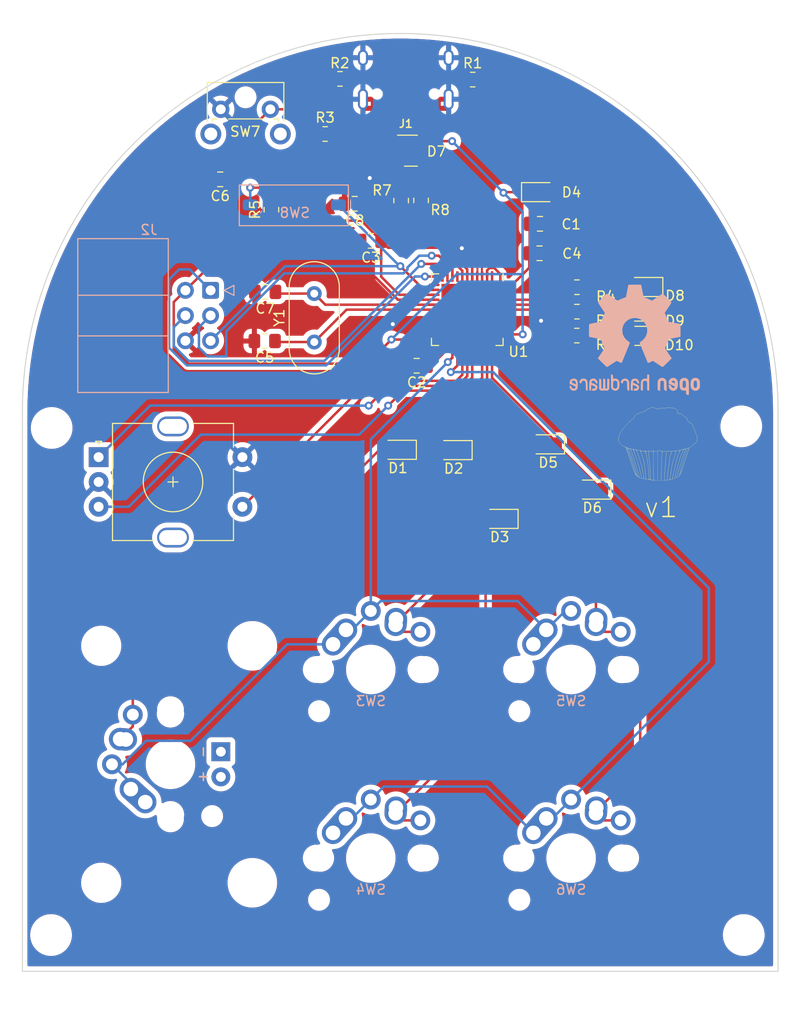
<source format=kicad_pcb>
(kicad_pcb (version 20211014) (generator pcbnew)
  (layers (0 "F.Cu" signal) (31 "B.Cu" signal) (34 "B.Paste" user) (35 "F.Paste" user) (36 "B.SilkS" user "B.Silkscreen") (37 "F.SilkS" user "F.Silkscreen") (38 "B.Mask" user) (39 "F.Mask" user) (44 "Edge.Cuts" user))
  (net 0 "")
  (net 1 "Net-(C5-Pad1)")
  (net 2 "GND")
  (net 3 "VBUS")
  (net 4 "Net-(C6-Pad1)")
  (net 5 "Net-(C8-Pad1)")
  (net 6 "Col A")
  (net 7 "Net-(D2-Pad2)")
  (net 8 "Col B")
  (net 9 "Net-(D3-Pad2)")
  (net 10 "Net-(C7-Pad1)")
  (net 11 "D+")
  (net 12 "D-")
  (net 13 "Col C")
  (net 14 "Net-(D6-Pad2)")
  (net 15 "Net-(D1-Pad2)")
  (net 16 "MISO")
  (net 17 "SCK")
  (net 18 "MOSI")
  (net 19 "RESET")
  (net 20 "Net-(D5-Pad2)")
  (net 21 "Net-(J1-PadA5)")
  (net 22 "Net-(J1-PadB5)")
  (net 23 "Row 1")
  (net 24 "Row 2")
  (net 25 "Enc_A")
  (net 26 "Enc_B")
  (net 27 "Enc_SW")
  (net 37 "Net-(R3-Pad2)")
  (net 44 "/DP")
  (net 45 "/DN")
  (net 46 "Net-(D8-Pad2)")
  (net 47 "Net-(D9-Pad2)")
  (net 48 "Net-(D10-Pad2)")
  (net 49 "LED_R")
  (net 50 "LED_G")
  (net 51 "LED_B")
  (footprint "MountingHole:MountingHole_3.2mm_M3" (layer "F.Cu") (at 165.37 131.4)
    (fp_text reference "H2" hide)
    (fp_text value "MountingHole")
  )
  (footprint "MountingHole:MountingHole_3.2mm_M3" (layer "F.Cu") (at 95.58 80.31)
    (fp_text reference "H4" hide)
    (fp_text value "MountingHole")
  )
  (footprint "Keebio:MX-Alps-Choc-1U-NoLED" (layer "F.Cu") (at 127.762 104.648)
    (fp_text reference "SW3")
    (fp_text value "SW1.B")
  )
  (footprint "Keebio:MX-Alps-Choc-1U-NoLED" (layer "F.Cu") (at 127.762 123.648)
    (fp_text reference "SW4")
    (fp_text value "SW2.B")
  )
  (footprint "Resistor_SMD:R_0805_2012Metric_Pad1.20x1.40mm_HandSolder" (layer "F.Cu") (at 123.158 50.69)
    (fp_text reference "R3")
    (fp_text value "330")
  )
  (footprint "Diode_SMD:D_0805_2012Metric_Pad1.15x1.40mm_HandSolder" (layer "F.Cu") (at 150.1075 86.52 180)
    (fp_text reference "D6")
    (fp_text value "D")
  )
  (footprint "Capacitor_SMD:C_0805_2012Metric_Pad1.18x1.45mm_HandSolder" (layer "F.Cu") (at 144.82 59.74)
    (fp_text reference "C1")
    (fp_text value "10uF")
  )
  (footprint "Capacitor_SMD:C_0805_2012Metric_Pad1.18x1.45mm_HandSolder" (layer "F.Cu") (at 117.11 66.6 180)
    (fp_text reference "C7")
    (fp_text value "22pF")
  )
  (footprint "Resistor_SMD:R_0805_2012Metric_Pad1.20x1.40mm_HandSolder" (layer "F.Cu") (at 148.55 66.13)
    (fp_text reference "R4")
    (fp_text value "470")
  )
  (footprint "Keebio:MX-Alps-Choc-2U" (layer "F.Cu") (at 107.562 114.198 90)
    (fp_text reference "SW2")
    (fp_text value "SW1.A")
  )
  (footprint "Capacitor_SMD:C_0805_2012Metric_Pad1.18x1.45mm_HandSolder" (layer "F.Cu") (at 144.78 62.71)
    (fp_text reference "C4")
    (fp_text value ".1uF")
  )
  (footprint "Diode_SMD:D_0805_2012Metric_Pad1.15x1.40mm_HandSolder" (layer "F.Cu") (at 136.12 82.54 180)
    (fp_text reference "D2")
    (fp_text value "D")
  )
  (footprint "MountingHole:MountingHole_3.2mm_M3" (layer "F.Cu") (at 95.52 131.4)
    (fp_text reference "H1" hide)
    (fp_text value "MountingHole")
  )
  (footprint "Keebio:HRO-TYPE-C-31-M-12-Assembly" (layer "F.Cu") (at 131.29 40.4075 180)
    (fp_text reference "J1")
    (fp_text value "USB_C_Receptacle_USB2.0")
  )
  (footprint "Capacitor_SMD:C_0805_2012Metric_Pad1.18x1.45mm_HandSolder" (layer "F.Cu") (at 132.39 74.04 180)
    (fp_text reference "C2")
    (fp_text value ".1uF")
  )
  (footprint "Keebio:RotaryEncoder_EC11" (layer "F.Cu") (at 107.816 85.75)
    (fp_text reference "SW1")
    (fp_text value "RotaryEncoder_Switch")
  )
  (footprint "Diode_SMD:D_0805_2012Metric_Pad1.15x1.40mm_HandSolder" (layer "F.Cu") (at 155.3875 71.03 180)
    (fp_text reference "D10")
    (fp_text value "LED")
  )
  (footprint "Keebio:SW_Tactile_SPST_Angled_MJTP1117" (layer "F.Cu") (at 112.633 48.2025)
    (fp_text reference "SW7")
    (fp_text value "SW_Push")
  )
  (footprint "Resistor_SMD:R_0805_2012Metric_Pad1.20x1.40mm_HandSolder" (layer "F.Cu") (at 132.83 57.38 -90)
    (fp_text reference "R8")
    (fp_text value "22")
  )
  (footprint "Diode_SMD:D_0805_2012Metric_Pad1.15x1.40mm_HandSolder" (layer "F.Cu") (at 130.495 82.51 180)
    (fp_text reference "D1")
    (fp_text value "D")
  )
  (footprint "Diode_SMD:D_0805_2012Metric_Pad1.15x1.40mm_HandSolder" (layer "F.Cu") (at 155.35 66.1075 180)
    (fp_text reference "D8")
    (fp_text value "LED")
  )
  (footprint "Diode_SMD:D_0805_2012Metric_Pad1.15x1.40mm_HandSolder" (layer "F.Cu") (at 155.3575 68.58 180)
    (fp_text reference "D9")
    (fp_text value "LED")
  )
  (footprint "Capacitor_SMD:C_0805_2012Metric_Pad1.18x1.45mm_HandSolder" (layer "F.Cu") (at 126.14 57.72 180)
    (fp_text reference "C8")
    (fp_text value "1uF")
  )
  (footprint "Resistor_SMD:R_0805_2012Metric_Pad1.20x1.40mm_HandSolder" (layer "F.Cu") (at 124.66 45.1375 180)
    (fp_text reference "R2")
    (fp_text value "5.1k")
  )
  (footprint "Package_DFN_QFN:QFN-44-1EP_7x7mm_P0.5mm_EP5.2x5.2mm" (layer "F.Cu") (at 137.49 68.39 -90)
    (fp_text reference "U1")
    (fp_text value "ATmega16U4-M")
  )
  (footprint "Diode_SMD:D_0805_2012Metric_Pad1.15x1.40mm_HandSolder" (layer "F.Cu") (at 140.755 89.47 180)
    (fp_text reference "D3")
    (fp_text value "D")
  )
  (footprint "Capacitor_SMD:C_0805_2012Metric_Pad1.18x1.45mm_HandSolder" (layer "F.Cu") (at 127.77 61.46 180)
    (fp_text reference "C3")
    (fp_text value ".1uF")
  )
  (footprint "Resistor_SMD:R_0805_2012Metric_Pad1.20x1.40mm_HandSolder" (layer "F.Cu") (at 138.04 45.2075)
    (fp_text reference "R1")
    (fp_text value "5.1k")
  )
  (footprint "MountingHole:MountingHole_3.2mm_M3" (layer "F.Cu") (at 165.12 80.15)
    (fp_text reference "H3" hide)
    (fp_text value "MountingHole")
  )
  (footprint "Capacitor_SMD:C_0805_2012Metric_Pad1.18x1.45mm_HandSolder" (layer "F.Cu") (at 117.06 71.55 180)
    (fp_text reference "C5")
    (fp_text value "22pF")
  )
  (footprint "Keebio:MX-Alps-Choc-1U-NoLED" (layer "F.Cu") (at 147.962 123.648)
    (fp_text reference "SW6")
    (fp_text value "SW2.C")
  )
  (footprint "Diode_SMD:D_0805_2012Metric_Pad1.15x1.40mm_HandSolder" (layer "F.Cu") (at 145.4375 81.96 180)
    (fp_text reference "D5")
    (fp_text value "D")
  )
  (footprint "Resistor_SMD:R_0805_2012Metric_Pad1.20x1.40mm_HandSolder" (layer "F.Cu") (at 117.74 58.32 90)
    (fp_text reference "R5")
    (fp_text value "10k")
  )
  (footprint "Resistor_SMD:R_0805_2012Metric_Pad1.20x1.40mm_HandSolder" (layer "F.Cu") (at 148.54 71)
    (fp_text reference "R9")
    (fp_text value "470")
  )
  (footprint "Package_TO_SOT_SMD:SOT-143" (layer "F.Cu") (at 131.81 52.37)
    (fp_text reference "D7")
    (fp_text value "PRTR5V0U2X")
  )
  (footprint "Resistor_SMD:R_0805_2012Metric_Pad1.20x1.40mm_HandSolder" (layer "F.Cu") (at 148.55 68.59)
    (fp_text reference "R6")
    (fp_text value "470")
  )
  (footprint "Crystal:Crystal_HC49-U_Vertical" (layer "F.Cu") (at 122.06 71.65 90)
    (fp_text reference "Y1")
    (fp_text value "16MHz")
  )
  (footprint "Diode_SMD:D_0805_2012Metric_Pad1.15x1.40mm_HandSolder" (layer "F.Cu") (at 144.8225 56.55)
    (fp_text reference "D4")
    (fp_text value "5.5V")
  )
  (footprint "Muffin:muffin" (layer "F.Cu") (at 157.1 82.16)
    (fp_text reference "G***" hide)
    (fp_text value "LOGO" hide)
  )
  (footprint "Keebio:MX-Alps-Choc-1U-NoLED" (layer "F.Cu") (at 147.962 104.648)
    (fp_text reference "SW5")
    (fp_text value "SW1.C")
  )
  (footprint "Resistor_SMD:R_0805_2012Metric_Pad1.20x1.40mm_HandSolder" (layer "F.Cu") (at 130.82 57.4 90)
    (fp_text reference "R7")
    (fp_text value "22")
  )
  (footprint "Capacitor_SMD:C_0805_2012Metric_Pad1.18x1.45mm_HandSolder" (layer "F.Cu") (at 112.58 55.26 180)
    (fp_text reference "C6")
    (fp_text value ".1uF")
  )
  (footprint "CustomComponents:DS04-254-SMT" (layer "B.Cu") (at 114.9 57.83)
    (fp_text reference "SW8")
    (fp_text value "SW_DIP_x01")
  )
  (footprint "Symbol:OSHW-Logo2_14.6x12mm_SilkScreen" (layer "B.Cu") (at 154.38 71.42 180)
    (fp_text reference "REF**" hide)
    (fp_text value "OSHW-Logo2_14.6x12mm_SilkScreen" hide)
  )
  (footprint "Connector_IDC:IDC-Header_2x03_P2.54mm_Horizontal" (layer "B.Cu") (at 111.6075 66.445 180)
    (fp_text reference "J2")
    (fp_text value "AVR-ISP-6")
  )
  (gr_line (start 92.63 135.054) (end 168.83 135.054) (layer "Edge.Cuts") (width 0.1))
  (gr_arc (start 92.63 78.666) (mid 130.73 40.566) (end 168.83 78.666) (layer "Edge.Cuts") (width 0.1))
  (gr_line (start 92.63 135.054) (end 92.63 78.666) (layer "Edge.Cuts") (width 0.1))
  (gr_line (start 168.83 135.054) (end 168.83 78.666) (layer "Edge.Cuts") (width 0.1))
  (gr_text "v1" (at 157.03 88.31) (layer "F.SilkS") (effects (font (size 2 2))))
  (segment (start 118.1975 71.65) (end 118.0975 71.55) (width 0.25) (layer "F.Cu") (net 1))
  (segment (start 122.06 71.65) (end 118.1975 71.65) (width 0.25) (layer "F.Cu") (net 1))
  (segment (start 125.32 68.39) (end 122.06 71.65) (width 0.25) (layer "F.Cu") (net 1))
  (segment (start 134.1525 68.39) (end 125.32 68.39) (width 0.25) (layer "F.Cu") (net 1))
  (segment (start 137.99 65.0525) (end 137.99 67.89) (width 0.25) (layer "F.Cu") (net 2))
  (segment (start 145.85 64.51) (end 145.85 62.7425) (width 0.25) (layer "F.Cu") (net 2))
  (segment (start 140.8275 70.39) (end 142.29 70.39) (width 0.25) (layer "F.Cu") (net 2))
  (segment (start 134.1525 67.39) (end 130.494282 67.39) (width 0.25) (layer "F.Cu") (net 2))
  (segment (start 137.99 65.0525) (end 137.99 63.27) (width 0.25) (layer "F.Cu") (net 2))
  (segment (start 143.97 66.39) (end 145.85 64.51) (width 0.25) (layer "F.Cu") (net 2))
  (segment (start 137.99 63.27) (end 136.94 62.2) (width 0.25) (layer "F.Cu") (net 2))
  (segment (start 136.94 62.2) (end 136.94 62.22) (width 0.25) (layer "F.Cu") (net 2))
  (segment (start 144.93 69.51) (end 144.93 69.52) (width 0.25) (layer "F.Cu") (net 2))
  (segment (start 126.7325 63.628218) (end 126.7325 61.46) (width 0.25) (layer "F.Cu") (net 2))
  (segment (start 145.85 62.7425) (end 145.8175 62.71) (width 0.25) (layer "F.Cu") (net 2))
  (segment (start 131.47 70.6) (end 130.72 69.85) (width 0.25) (layer "F.Cu") (net 2))
  (segment (start 130.494282 67.39) (end 126.7325 63.628218) (width 0.25) (layer "F.Cu") (net 2))
  (segment (start 142.29 70.39) (end 143.16 69.52) (width 0.25) (layer "F.Cu") (net 2))
  (segment (start 140.8275 66.39) (end 143.97 66.39) (width 0.25) (layer "F.Cu") (net 2))
  (segment (start 134.99 71.7275) (end 132.5975 71.7275) (width 0.25) (layer "F.Cu") (net 2))
  (segment (start 130.72 69.85) (end 129.98 69.85) (width 0.25) (layer "F.Cu") (net 2))
  (segment (start 137.99 67.89) (end 137.49 68.39) (width 0.25) (layer "F.Cu") (net 2))
  (segment (start 132.5975 71.7275) (end 131.47 70.6) (width 0.25) (layer "F.Cu") (net 2))
  (segment (start 143.16 69.52) (end 144.93 69.51) (width 0.25) (layer "F.Cu") (net 2))
  (via (at 129.98 69.85) (size 0.8) (drill 0.4) (layers "F.Cu" "B.Cu") (net 2))
  (via (at 136.94 62.2) (size 0.8) (drill 0.4) (layers "F.Cu" "B.Cu") (net 2))
  (via (at 127.66 55.13) (size 0.8) (drill 0.4) (layers "F.Cu" "B.Cu") (net 2))
  (via (at 144.93 69.51) (size 0.8) (drill 0.4) (layers "F.Cu" "B.Cu") (net 2))
  (segment (start 143.7425 64.1575) (end 143.11 64.81) (width 0.25) (layer "F.Cu") (net 3))
  (segment (start 139.49 64.43) (end 139.49 65.0525) (width 0.25) (layer "F.Cu") (net 3))
  (segment (start 126.81 59.42) (end 128.8075 61.46) (width 0.25) (layer "F.Cu") (net 3))
  (segment (start 120.71 59.42) (end 116.0925 59.42) (width 0.25) (layer "F.Cu") (net 3))
  (segment (start 135.958323 51.411677) (end 135.96 51.41) (width 0.25) (layer "F.Cu") (net 3))
  (segment (start 129.84 71.4) (end 130.7875 71.4) (width 0.25) (layer "F.Cu") (net 3))
  (segment (start 120.71 59.42) (end 126.81 59.42) (width 0.25) (layer "F.Cu") (net 3))
  (segment (start 109.0675 66.445) (end 107.892989 67.619511) (width 0.25) (layer "F.Cu") (net 3))
  (segment (start 128.84 51.29) (end 120.71 59.42) (width 0.25) (layer "F.Cu") (net 3))
  (segment (start 132.81 51.42) (end 135.431677 51.411677) (width 0.25) (layer "F.Cu") (net 3))
  (segment (start 128.84 48.1025) (end 128.84 51.29) (width 0.25) (layer "F.Cu") (net 3))
  (segment (start 128.8075 65.0675) (end 128.8075 61.46) (width 0.25) (layer "F.Cu") (net 3))
  (segment (start 127.41 73.83) (end 129.84 71.4) (width 0.25) (layer "F.Cu") (net 3))
  (segment (start 134.672328 62.15) (end 129.4975 62.15) (width 0.25) (layer "F.Cu") (net 3))
  (segment (start 130.63 66.89) (end 128.8075 65.0675) (width 0.25) (layer "F.Cu") (net 3))
  (segment (start 143.7825 62.67) (end 143.7425 62.71) (width 0.25) (layer "F.Cu") (net 3))
  (segment (start 109.36 73.83) (end 127.41 73.83) (width 0.25) (layer "F.Cu") (net 3))
  (segment (start 140.8275 65.89) (end 140.8275 64.805172) (width 0.25) (layer "F.Cu") (net 3))
  (segment (start 143.7975 59.725) (end 143.7825 59.74) (width 0.25) (layer "F.Cu") (net 3))
  (segment (start 135.431677 51.411677) (end 135.958323 51.411677) (width 0.25) (layer "F.Cu") (net 3))
  (segment (start 134.1525 66.89) (end 130.63 66.89) (width 0.25) (layer "F.Cu") (net 3))
  (segment (start 143.7425 62.71) (end 143.7425 64.1575) (width 0.25) (layer "F.Cu") (net 3))
  (segment (start 107.892989 67.619511) (end 107.892989 72.362989) (width 0.25) (layer "F.Cu") (net 3))
  (segment (start 139.72952 64.19048) (end 139.49 64.43) (width 0.25) (layer "F.Cu") (net 3))
  (segment (start 133.74 48.1025) (end 133.74 49.66) (width 0.25) (layer "F.Cu") (net 3))
  (segment (start 140.212808 64.19048) (end 139.72952 64.19048) (width 0.25) (layer "F.Cu") (net 3))
  (segment (start 142.01 65.89) (end 140.8275 65.89) (width 0.25) (layer "F.Cu") (net 3))
  (segment (start 143.7975 56.55) (end 143.7975 59.725) (width 0.25) (layer "F.Cu") (net 3))
  (segment (start 116.0925 59.42) (end 109.0675 66.445) (width 0.25) (layer "F.Cu") (net 3))
  (segment (start 140.8375 70.88) (end 140.8275 70.89) (width 0.25) (layer "F.Cu") (net 3))
  (segment (start 140.8275 64.805172) (end 140.212808 64.19048) (width 0.25) (layer "F.Cu") (net 3))
  (segment (start 129.4975 62.15) (end 128.8075 61.46) (width 0.25) (layer "F.Cu") (net 3))
  (segment (start 133.83 74.04) (end 135.49 72.38) (width 0.25) (layer "F.Cu") (net 3))
  (segment (start 133.74 49.66) (end 132.81 50.59) (width 0.25) (layer "F.Cu") (net 3))
  (segment (start 143.11 64.81) (end 142.01 65.89) (width 0.25) (layer "F.Cu") (net 3))
  (segment (start 133.4275 74.04) (end 133.83 74.04) (width 0.25) (layer "F.Cu") (net 3))
  (segment (start 143.7825 59.74) (end 143.7825 62.67) (width 0.25) (layer "F.Cu") (net 3))
  (segment (start 136.99 65.0525) (end 136.99 64.467672) (width 0.25) (layer "F.Cu") (net 3))
  (segment (start 130.7875 71.4) (end 133.4275 74.04) (width 0.25) (layer "F.Cu") (net 3))
  (segment (start 132.81 50.59) (end 132.81 51.42) (width 0.25) (layer "F.Cu") (net 3))
  (segment (start 135.49 72.38) (end 135.49 71.7275) (width 0.25) (layer "F.Cu") (net 3))
  (segment (start 141.11 56.55) (end 143.7975 56.55) (width 0.25) (layer "F.Cu") (net 3))
  (segment (start 107.892989 72.362989) (end 109.36 73.83) (width 0.25) (layer "F.Cu") (net 3))
  (segment (start 136.99 64.467672) (end 134.672328 62.15) (width 0.25) (layer "F.Cu") (net 3))
  (segment (start 143.08 70.88) (end 140.8375 70.88) (width 0.25) (layer "F.Cu") (net 3))
  (via (at 143.08 70.88) (size 0.8) (drill 0.4) (layers "F.Cu" "B.Cu") (net 3))
  (via (at 141.14 56.61) (size 0.8) (drill 0.4) (layers "F.Cu" "B.Cu") (net 3))
  (via (at 135.96 51.41) (size 0.8) (drill 0.4) (layers "F.Cu" "B.Cu") (net 3))
  (via (at 129.84 71.4) (size 0.8) (drill 0.4) (layers "F.Cu" "B.Cu") (net 3))
  (segment (start 143.07 70.87) (end 143.08 70.88) (width 0.25) (layer "B.Cu") (net 3))
  (segment (start 136.309326 51.760674) (end 136.309326 51.759326) (width 0.25) (layer "B.Cu") (net 3))
  (segment (start 136.309326 51.760674) (end 141.14 56.61) (width 0.25) (layer "B.Cu") (net 3))
  (segment (start 143.07 64.81) (end 143.07 58.54) (width 0.25) (layer "B.Cu") (net 3))
  (segment (start 143.07 64.81) (end 143.07 70.87) (width 0.25) (layer "B.Cu") (net 3))
  (segment (start 136.309326 51.759326) (end 135.96 51.41) (width 0.25) (layer "B.Cu") (net 3))
  (segment (start 136.43 64.81) (end 129.84 71.4) (width 0.25) (layer "B.Cu") (net 3))
  (segment (start 143.07 58.54) (end 141.14 56.61) (width 0.25) (layer "B.Cu") (net 3))
  (segment (start 143.07 64.81) (end 136.43 64.81) (width 0.25) (layer "B.Cu") (net 3))
  (segment (start 117.633 48.2025) (end 119.6705 48.2025) (width 0.25) (layer "F.Cu") (net 4))
  (segment (start 116.44 49.3955) (end 117.633 48.2025) (width 0.25) (layer "F.Cu") (net 4))
  (segment (start 116.44 52.4375) (end 116.44 49.3955) (width 0.25) (layer "F.Cu") (net 4))
  (segment (start 113.6175 55.26) (end 116.44 52.4375) (width 0.25) (layer "F.Cu") (net 4))
  (segment (start 119.6705 48.2025) (end 122.158 50.69) (width 0.25) (layer "F.Cu") (net 4))
  (segment (start 137.49 64.331955) (end 134.808046 61.65) (width 0.25) (layer "F.Cu") (net 5))
  (segment (start 137.49 65.0525) (end 137.49 64.331955) (width 0.25) (layer "F.Cu") (net 5))
  (segment (start 130.9 61.65) (end 127.35 58.1) (width 0.25) (layer "F.Cu") (net 5))
  (segment (start 134.808046 61.65) (end 130.9 61.65) (width 0.25) (layer "F.Cu") (net 5))
  (segment (start 138.99 75.26) (end 131.74 82.51) (width 0.25) (layer "F.Cu") (net 6))
  (segment (start 138.99 71.7275) (end 138.99 75.26) (width 0.25) (layer "F.Cu") (net 6))
  (segment (start 135.021 95.239) (end 135.021 82.448) (width 0.25) (layer "F.Cu") (net 7))
  (segment (start 130.962 100.848) (end 130.262 100.148) (width 0.25) (layer "F.Cu") (net 7))
  (segment (start 130.262 99.998) (end 135.021 95.239) (width 0.25) (layer "F.Cu") (net 7))
  (segment (start 130.262 100.148) (end 130.262 99.998) (width 0.25) (layer "F.Cu") (net 7))
  (segment (start 132.762 100.848) (end 130.962 100.848) (width 0.25) (layer "F.Cu") (net 7))
  (segment (start 141.78 87.19) (end 141.78 89.47) (width 0.25) (layer "F.Cu") (net 8))
  (segment (start 137.145 82.54) (end 137.145 82.555) (width 0.25) (layer "F.Cu") (net 8))
  (segment (start 137.145 82.555) (end 141.78 87.19) (width 0.25) (layer "F.Cu") (net 8))
  (segment (start 139.49 80.195) (end 137.145 82.54) (width 0.25) (layer "F.Cu") (net 8))
  (segment (start 139.49 71.7275) (end 139.49 80.195) (width 0.25) (layer "F.Cu") (net 8))
  (segment (start 139.339 110.071) (end 139.339 89.56) (width 0.25) (layer "F.Cu") (net 9))
  (segment (start 132.762 119.848) (end 130.962 119.848) (width 0.25) (layer "F.Cu") (net 9))
  (segment (start 130.262 119.148) (end 139.339 110.071) (width 0.25) (layer "F.Cu") (net 9))
  (segment (start 130.962 119.848) (end 130.262 119.148) (width 0.25) (layer "F.Cu") (net 9))
  (segment (start 118.3175 66.77) (end 118.1475 66.6) (width 0.25) (layer "F.Cu") (net 10))
  (segment (start 134.1525 67.89) (end 123.18 67.89) (width 0.25) (layer "F.Cu") (net 10))
  (segment (start 122.06 66.77) (end 118.3175 66.77) (width 0.25) (layer "F.Cu") (net 10))
  (segment (start 123.18 67.89) (end 122.06 66.77) (width 0.25) (layer "F.Cu") (net 10))
  (segment (start 131.585 52.315) (end 131.585 48.28) (width 0.2) (layer "F.Cu") (net 11))
  (segment (start 131.6 55.62) (end 130.82 56.4) (width 0.2) (layer "F.Cu") (net 11))
  (segment (start 130.81 53.32) (end 130.81 53.845001) (width 0.2) (layer "F.Cu") (net 11))
  (segment (start 131.54 48.776522) (end 131.339511 48.977011) (width 0.2) (layer "F.Cu") (net 11))
  (segment (start 130.54 48.776522) (end 130.54 48.1025) (width 0.2) (layer "F.Cu") (net 11))
  (segment (start 131.54 48.1025) (end 131.54 48.776522) (width 0.2) (layer "F.Cu") (net 11))
  (segment (start 130.81 53.09) (end 131.585 52.315) (width 0.2) (layer "F.Cu") (net 11))
  (segment (start 131.6 54.635001) (end 131.6 55.62) (width 0.2) (layer "F.Cu") (net 11))
  (segment (start 130.81 53.32) (end 130.81 53.09) (width 0.2) (layer "F.Cu") (net 11))
  (segment (start 130.81 53.845001) (end 131.6 54.635001) (width 0.2) (layer "F.Cu") (net 11))
  (segment (start 131.339511 48.977011) (end 130.740489 48.977011) (width 0.2) (layer "F.Cu") (net 11))
  (segment (start 130.740489 48.977011) (end 130.54 48.776522) (width 0.2) (layer "F.Cu") (net 11))
  (segment (start 132.81 53.845001) (end 132 54.655001) (width 0.2) (layer "F.Cu") (net 12))
  (segment (start 132.035 52.305) (end 132.035 48.28) (width 0.2) (layer "F.Cu") (net 12))
  (segment (start 132 54.655001) (end 132 55.64) (width 0.2) (layer "F.Cu") (net 12))
  (segment (start 132.81 53.32) (end 132.81 53.08) (width 0.2) (layer "F.Cu") (net 12))
  (segment (start 132.81 53.08) (end 132.035 52.305) (width 0.2) (layer "F.Cu") (net 12))
  (segment (start 132.04 47.37) (end 132.04 48.1025) (width 0.2) (layer "F.Cu") (net 12))
  (segment (start 132.74 56.38) (end 132.83 56.38) (width 0.2) (layer "F.Cu") (net 12))
  (segment (start 131.04 48.1025) (end 131.04 47.1775) (width 0.2) (layer "F.Cu") (net 12))
  (segment (start 132.81 53.32) (end 132.81 53.845001) (width 0.2) (layer "F.Cu") (net 12))
  (segment (start 131.8475 47.1775) (end 132.04 47.37) (width 0.2) (layer "F.Cu") (net 12))
  (segment (start 132 55.64) (end 132.74 56.38) (width 0.2) (layer "F.Cu") (net 12))
  (segment (start 131.04 47.1775) (end 131.8475 47.1775) (width 0.2) (layer "F.Cu") (net 12))
  (segment (start 146.4625 81.96) (end 146.47 81.96) (width 0.25) (layer "F.Cu") (net 13))
  (segment (start 146.47 81.96) (end 150.8 86.29) (width 0.25) (layer "F.Cu") (net 13))
  (segment (start 139.99 75.26) (end 146.45 81.72) (width 0.25) (layer "F.Cu") (net 13))
  (segment (start 139.99 71.7275) (end 139.99 75.26) (width 0.25) (layer "F.Cu") (net 13))
  (segment (start 154.93 92.3675) (end 149.0825 86.52) (width 0.25) (layer "F.Cu") (net 14))
  (segment (start 150.462 119.148) (end 150.462 118.948) (width 0.25) (layer "F.Cu") (net 14))
  (segment (start 150.462 118.948) (end 154.93 114.48) (width 0.25) (layer "F.Cu") (net 14))
  (segment (start 151.162 119.848) (end 150.462 119.148) (width 0.25) (layer "F.Cu") (net 14))
  (segment (start 154.93 114.48) (end 154.93 92.3675) (width 0.25) (layer "F.Cu") (net 14))
  (segment (start 152.962 119.848) (end 151.162 119.848) (width 0.25) (layer "F.Cu") (net 14))
  (segment (start 102.482 111.658) (end 103.762 110.378) (width 0.25) (layer "F.Cu") (net 15))
  (segment (start 103.762 107.388) (end 128.64 82.51) (width 0.25) (layer "F.Cu") (net 15))
  (segment (start 103.762 110.378) (end 103.762 109.198) (width 0.25) (layer "F.Cu") (net 15))
  (segment (start 128.64 82.51) (end 129.47 82.51) (width 0.25) (layer "F.Cu") (net 15))
  (segment (start 103.762 109.198) (end 103.762 107.388) (width 0.25) (layer "F.Cu") (net 15))
  (segment (start 133.22 65.05) (end 133.23 65.06) (width 0.25) (layer "F.Cu") (net 16))
  (segment (start 133.2375 65.0525) (end 133.22 65.05) (width 0.25) (layer "F.Cu") (net 16))
  (segment (start 134.99 65.0525) (end 133.2375 65.0525) (width 0.25) (layer "F.Cu") (net 16))
  (via (at 133.22 65.05) (size 0.8) (drill 0.4) (layers "F.Cu" "B.Cu") (net 16))
  (segment (start 123.265718 74) (end 109.204282 74) (width 0.25) (layer "B.Cu") (net 16))
  (segment (start 107.43 72.24) (end 107.42 71.95) (width 0.25) (layer "B.Cu") (net 16))
  (segment (start 133.22 65.05) (end 132.215718 65.05) (width 0.25) (layer "B.Cu") (net 16))
  (segment (start 109.204282 74) (end 107.43 72.24) (width 0.25) (layer "B.Cu") (net 16))
  (segment (start 108.44 64.33) (end 109.4925 64.33) (width 0.25) (layer "B.Cu") (net 16))
  (segment (start 132.215718 65.05) (end 123.265718 74) (width 0.25) (layer "B.Cu") (net 16))
  (segment (start 107.42 71.95) (end 107.42 65.35) (width 0.25) (layer "B.Cu") (net 16))
  (segment (start 109.4925 64.33) (end 111.6075 66.445) (width 0.25) (layer "B.Cu") (net 16))
  (segment (start 107.42 65.35) (end 108.44 64.33) (width 0.25) (layer "B.Cu") (net 16))
  (segment (start 135.99 65.0525) (end 135.99 64.33) (width 0.25) (layer "F.Cu") (net 17))
  (segment (start 134.61 62.95) (end 133.9 62.95) (width 0.25) (layer "F.Cu") (net 17))
  (segment (start 135.99 64.33) (end 134.61 62.95) (width 0.25) (layer "F.Cu") (net 17))
  (via (at 133.9 62.95) (size 0.8) (drill 0.4) (layers "F.Cu" "B.Cu") (net 17))
  (segment (start 131.464511 64.140875) (end 131.464511 64.335489) (width 0.25) (layer "B.Cu") (net 17))
  (segment (start 110.432989 70.159511) (end 111.6075 68.985) (width 0.25) (layer "B.Cu") (net 17))
  (segment (start 119.033707 64.734511) (end 113.19 70.578218) (width 0.25) (layer "B.Cu") (net 17))
  (segment (start 113.19 70.578218) (end 113.19 73.1) (width 0.25) (layer "B.Cu") (net 17))
  (segment (start 113.19 73.1) (end 111.330512 73.1) (width 0.25) (layer "B.Cu") (net 17))
  (segment (start 131.464511 64.335489) (end 131.065489 64.734511) (width 0.25) (layer "B.Cu") (net 17))
  (segment (start 131.065489 64.734511) (end 119.033707 64.734511) (width 0.25) (layer "B.Cu") (net 17))
  (segment (start 133.9 62.95) (end 132.655386 62.95) (width 0.25) (layer "B.Cu") (net 17))
  (segment (start 110.432989 72.202477) (end 110.432989 70.159511) (width 0.25) (layer "B.Cu") (net 17))
  (segment (start 132.655386 62.95) (end 131.464511 64.140875) (width 0.25) (layer "B.Cu") (net 17))
  (segment (start 111.330512 73.1) (end 110.432989 72.202477) (width 0.25) (layer "B.Cu") (net 17))
  (segment (start 134.804282 63.78) (end 135.49 64.465718) (width 0.25) (layer "F.Cu") (net 18))
  (segment (start 134.804282 63.78) (end 132.85 63.78) (width 0.25) (layer "F.Cu") (net 18))
  (segment (start 135.49 65.0525) (end 135.49 64.465718) (width 0.25) (layer "F.Cu") (net 18))
  (via (at 132.85 63.78) (size 0.8) (drill 0.4) (layers "F.Cu" "B.Cu") (net 18))
  (segment (start 109.38952 73.54952) (end 107.89 72.05) (width 0.25) (layer "B.Cu") (net 18))
  (segment (start 107.89 72.05) (end 107.89 70.1625) (width 0.25) (layer "B.Cu") (net 18))
  (segment (start 123.08048 73.54952) (end 109.38952 73.54952) (width 0.25) (layer "B.Cu") (net 18))
  (segment (start 107.89 70.1625) (end 109.0675 68.985) (width 0.25) (layer "B.Cu") (net 18))
  (segment (start 132.85 63.78) (end 123.08048 73.54952) (width 0.25) (layer "B.Cu") (net 18))
  (segment (start 134.1525 66.39) (end 133.12 66.39) (width 0.25) (layer "F.Cu") (net 19))
  (segment (start 133.12 66.39) (end 130.74 64.01) (width 0.25) (layer "F.Cu") (net 19))
  (via (at 130.74 64.01) (size 0.8) (drill 0.4) (layers "F.Cu" "B.Cu") (net 19))
  (segment (start 130.68 64.01) (end 124.5 57.83) (width 0.25) (layer "B.Cu") (net 19))
  (segment (start 130.74 64.01) (end 119.1225 64.01) (width 0.25) (layer "B.Cu") (net 19))
  (segment (start 130.74 64.01) (end 130.68 64.01) (width 0.25) (layer "B.Cu") (net 19))
  (segment (start 119.1225 64.01) (end 111.6075 71.525) (width 0.25) (layer "B.Cu") (net 19))
  (segment (start 150.462 100.148) (end 151.162 100.848) (width 0.25) (layer "F.Cu") (net 20))
  (segment (start 144.46 84.76) (end 144.46 82.0075) (width 0.25) (layer "F.Cu") (net 20))
  (segment (start 150.462 90.762) (end 144.46 84.76) (width 0.25) (layer "F.Cu") (net 20))
  (segment (start 150.462 100.148) (end 150.462 90.762) (width 0.25) (layer "F.Cu") (net 20))
  (segment (start 144.46 82.0075) (end 144.4125 81.96) (width 0.25) (layer "F.Cu") (net 20))
  (segment (start 151.162 100.848) (end 152.962 100.848) (width 0.25) (layer "F.Cu") (net 20))
  (segment (start 132.54 48.1025) (end 132.54 46.19) (width 0.25) (layer "F.Cu") (net 21))
  (segment (start 133.69 45.04) (end 136.8725 45.04) (width 0.25) (layer "F.Cu") (net 21))
  (segment (start 132.54 46.19) (end 133.69 45.04) (width 0.25) (layer "F.Cu") (net 21))
  (segment (start 136.8725 45.04) (end 137.04 45.2075) (width 0.25) (layer "F.Cu") (net 21))
  (segment (start 129.54 46.808227) (end 127.869273 45.1375) (width 0.25) (layer "F.Cu") (net 22))
  (segment (start 127.869273 45.1375) (end 125.66 45.1375) (width 0.25) (layer "F.Cu") (net 22))
  (segment (start 129.54 48.1025) (end 129.54 46.808227) (width 0.25) (layer "F.Cu") (net 22))
  (segment (start 135.97 73.23) (end 135.53 73.67) (width 0.25) (layer "F.Cu") (net 23))
  (segment (start 135.99 71.7275) (end 135.99 73.23) (width 0.25) (layer "F.Cu") (net 23))
  (segment (start 135.99 73.23) (end 135.97 73.23) (width 0.25) (layer "F.Cu") (net 23))
  (segment (start 135.99 73.23) (end 135.54 73.67) (width 0.25) (layer "F.Cu") (net 23))
  (via (at 135.53 73.67) (size 0.8) (drill 0.4) (layers "F.Cu" "B.Cu") (net 23))
  (segment (start 119.318454 102.108) (end 109.596875 111.829579) (width 0.25) (layer "B.Cu") (net 23))
  (segment (start 128.762 97.748) (end 142.562 97.748) (width 0.25) (layer "B.Cu") (net 23))
  (segment (start 127.762 98.748) (end 128.762 97.748) (width 0.25) (layer "B.Cu") (net 23))
  (segment (start 109.596875 111.829579) (end 105.100421 111.829579) (width 0.25) (layer "B.Cu") (net 23))
  (segment (start 135.53 73.67) (end 127.762 81.448) (width 0.25) (layer "B.Cu") (net 23))
  (segment (start 105.100421 111.829579) (end 102.732 114.198) (width 0.25) (layer "B.Cu") (net 23))
  (segment (start 123.952 102.108) (end 119.318454 102.108) (width 0.25) (layer "B.Cu") (net 23))
  (segment (start 147.362 98.748) (end 147.962 98.748) (width 0.25) (layer "B.Cu") (net 23))
  (segment (start 102.732 114.198) (end 101.662 114.198) (width 0.25) (layer "B.Cu") (net 23))
  (segment (start 125.862 100.648) (end 125.262 100.648) (width 0.25) (layer "B.Cu") (net 23))
  (segment (start 127.762 81.448) (end 127.762 98.748) (width 0.25) (layer "B.Cu") (net 23))
  (segment (start 145.462 100.648) (end 147.362 98.748) (width 0.25) (layer "B.Cu") (net 23))
  (segment (start 127.762 98.748) (end 125.862 100.648) (width 0.25) (layer "B.Cu") (net 23))
  (segment (start 101.662 114.198) (end 103.562 116.098) (width 0.25) (layer "B.Cu") (net 23))
  (segment (start 103.562 116.098) (end 103.562 116.698) (width 0.25) (layer "B.Cu") (net 23))
  (segment (start 142.562 97.748) (end 145.462 100.648) (width 0.25) (layer "B.Cu") (net 23))
  (segment (start 136.49 74.02) (end 135.83 74.68) (width 0.25) (layer "F.Cu") (net 24))
  (segment (start 136.49 71.7275) (end 136.49 74.02) (width 0.25) (layer "F.Cu") (net 24))
  (via (at 135.83 74.68) (size 0.8) (drill 0.4) (layers "F.Cu" "B.Cu") (net 24))
  (segment (start 127.762 117.748) (end 125.862 119.648) (width 0.25) (layer "B.Cu") (net 24))
  (segment (start 125.862 119.648) (end 125.262 119.648) (width 0.25) (layer "B.Cu") (net 24))
  (segment (start 139.484 116.44) (end 129.07 116.44) (width 0.25) (layer "B.Cu") (net 24))
  (segment (start 144.152 121.108) (end 139.484 116.44) (width 0.25) (layer "B.Cu") (net 24))
  (segment (start 147.962 117.748) (end 144.602 121.108) (width 0.25) (layer "B.Cu") (net 24))
  (segment (start 135.83 74.68) (end 140.1 74.68) (width 0.25) (layer "B.Cu") (net 24))
  (segment (start 140.1 74.68) (end 161.85 96.43) (width 0.25) (layer "B.Cu") (net 24))
  (segment (start 161.85 103.86) (end 147.962 117.748) (width 0.25) (layer "B.Cu") (net 24))
  (segment (start 144.602 121.108) (end 144.152 121.108) (width 0.25) (layer "B.Cu") (net 24))
  (segment (start 129.07 116.44) (end 127.762 117.748) (width 0.25) (layer "B.Cu") (net 24))
  (segment (start 161.85 96.43) (end 161.85 103.86) (width 0.25) (layer "B.Cu") (net 24))
  (segment (start 137.49 75.085717) (end 136.505717 76.07) (width 0.25) (layer "F.Cu") (net 25))
  (segment (start 129.54 76.07) (end 136.505717 76.07) (width 0.25) (layer "F.Cu") (net 25))
  (segment (start 129.54 76.07) (end 127.55 78.06) (width 0.25) (layer "F.Cu") (net 25))
  (segment (start 137.49 71.7275) (end 137.49 75.085717) (width 0.25) (layer "F.Cu") (net 25))
  (via (at 127.55 78.06) (size 0.8) (drill 0.4) (layers "F.Cu" "B.Cu") (net 25))
  (segment (start 111.204729 78.05) (end 105.516 78.05) (width 0.25) (layer "B.Cu") (net 25))
  (segment (start 105.516 78.05) (end 100.316 83.25) (width 0.25) (layer "B.Cu") (net 25))
  (segment (start 111.214729 78.06) (end 111.204729 78.05) (width 0.25) (layer "B.Cu") (net 25))
  (segment (start 127.55 78.06) (end 111.214729 78.06) (width 0.25) (layer "B.Cu") (net 25))
  (segment (start 137.99 75.221434) (end 136.661434 76.55) (width 0.25) (layer "F.Cu") (net 26))
  (segment (start 137.99 71.7275) (end 137.99 75.221434) (width 0.25) (layer "F.Cu") (net 26))
  (segment (start 136.661434 76.55) (end 131.04 76.55) (width 0.25) (layer "F.Cu") (net 26))
  (segment (start 131.04 76.55) (end 129.52 78.06) (width 0.25) (layer "F.Cu") (net 26))
  (via (at 129.51 78.06) (size 0.8) (drill 0.4) (layers "F.Cu" "B.Cu") (net 26))
  (segment (start 129.51 78.06) (end 126.6 80.98) (width 0.25) (layer "B.Cu") (net 26))
  (segment (start 126.6 80.98) (end 110.62 80.98) (width 0.25) (layer "B.Cu") (net 26))
  (segment (start 103.35 88.25) (end 100.316 88.25) (width 0.25) (layer "B.Cu") (net 26))
  (segment (start 110.62 80.98) (end 103.35 88.25) (width 0.25) (layer "B.Cu") (net 26))
  (segment (start 136.38 75.56) (end 127.506 75.56) (width 0.25) (layer "F.Cu") (net 27))
  (segment (start 127.506 75.56) (end 114.816 88.25) (width 0.25) (layer "F.Cu") (net 27))
  (segment (start 136.99 71.7275) (end 136.99 74.95) (width 0.25) (layer "F.Cu") (net 27))
  (segment (start 136.99 74.95) (end 136.38 75.56) (width 0.25) (layer "F.Cu") (net 27))
  (segment (start 115.59 56.1) (end 116.52 56.1) (width 0.25) (layer "F.Cu") (net 37))
  (segment (start 116.52 56.1) (end 117.74 57.32) (width 0.25) (layer "F.Cu") (net 37))
  (segment (start 117.74 57.32) (end 117.74 57.108) (width 0.25) (layer "F.Cu") (net 37))
  (segment (start 117.74 57.108) (end 124.158 50.69) (width 0.25) (layer "F.Cu") (net 37))
  (via (at 115.59 56.1) (size 0.8) (drill 0.4) (layers "F.Cu" "B.Cu") (net 37))
  (segment (start 115.6 57.83) (end 115.6 56.11) (width 0.25) (layer "B.Cu") (net 37))
  (segment (start 115.6 56.11) (end 115.59 56.1) (width 0.25) (layer "B.Cu") (net 37))
  (segment (start 132.955 60.535) (end 136.8268 60.535) (width 0.2) (layer "F.Cu") (net 44))
  (segment (start 130.82 58.4) (end 132.955 60.535) (width 0.2) (layer "F.Cu") (net 44))
  (segment (start 138.514999 65.027501) (end 138.49 65.0525) (width 0.2) (layer "F.Cu") (net 44))
  (segment (start 138.514999 62.223199) (end 138.514999 65.027501) (width 0.2) (layer "F.Cu") (net 44))
  (segment (start 136.8268 60.535) (end 138.514999 62.223199) (width 0.2) (layer "F.Cu") (net 44))
  (segment (start 138.965001 65.027501) (end 138.99 65.0525) (width 0.2) (layer "F.Cu") (net 45))
  (segment (start 138.965001 62.036801) (end 138.965001 65.027501) (width 0.2) (layer "F.Cu") (net 45))
  (segment (start 132.83 59.773603) (end 133.141397 60.085) (width 0.2) (layer "F.Cu") (net 45))
  (segment (start 133.141397 60.085) (end 137.0132 60.085) (width 0.2) (layer "F.Cu") (net 45))
  (segment (start 137.0132 60.085) (end 138.965001 62.036801) (width 0.2) (layer "F.Cu") (net 45))
  (segment (start 132.83 58.38) (end 132.83 59.773603) (width 0.2) (layer "F.Cu") (net 45))
  (segment (start 149.55 66.13) (end 154.3025 66.13) (width 0.25) (layer "F.Cu") (net 46))
  (segment (start 154.3025 66.13) (end 154.325 66.1075) (width 0.25) (layer "F.Cu") (net 46))
  (segment (start 154.3225 68.59) (end 154.3325 68.58) (width 0.25) (layer "F.Cu") (net 47))
  (segment (start 149.55 68.59) (end 154.3225 68.59) (width 0.25) (layer "F.Cu") (net 47))
  (segment (start 154.3425 71.01) (end 154.3625 71.03) (width 0.25) (layer "F.Cu") (net 48))
  (segment (start 149.4 71.01) (end 154.3425 71.01) (width 0.25) (layer "F.Cu") (net 48))
  (segment (start 146.9 66.13) (end 147.55 66.13) (width 0.25) (layer "F.Cu") (net 49))
  (segment (start 140.8275 67.39) (end 145.64 67.39) (width 0.25) (layer "F.Cu") (net 49))
  (segment (start 145.64 67.39) (end 146.9 66.13) (width 0.25) (layer "F.Cu") (net 49))
  (segment (start 140.8275 67.89) (end 146.31 67.89) (width 0.25) (layer "F.Cu") (net 50))
  (segment (start 146.31 67.89) (end 147.01 68.59) (width 0.25) (layer "F.Cu") (net 50))
  (segment (start 147.01 68.59) (end 147.55 68.59) (width 0.25) (layer "F.Cu") (net 50))
  (segment (start 140.8275 68.39) (end 145.62 68.39) (width 0.25) (layer "F.Cu") (net 51))
  (segment (start 145.62 68.39) (end 147.54 70.31) (width 0.25) (layer "F.Cu") (net 51))
  (segment (start 147.54 70.31) (end 147.54 71) (width 0.25) (layer "F.Cu") (net 51))
  (zone (net 2) (net_name "GND") (layers F&B.Cu) (connect_pads (clearance 0.508)) (min_thickness 0.254) (fill yes (thermal_gap 0.508) (thermal_bridge_width 0.508))
    (polygon (pts (xy 171.16 140.38) (xy 91.63 140.38) (xy 93.34 37.98) (xy 170.47 37.19)))
  )
)
</source>
